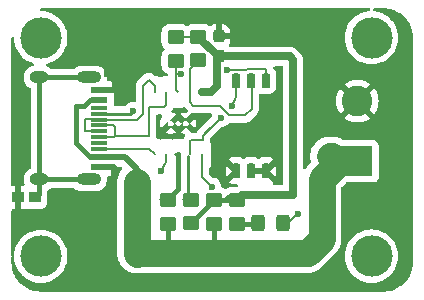
<source format=gbr>
%TF.GenerationSoftware,KiCad,Pcbnew,8.0.6*%
%TF.CreationDate,2024-12-14T19:14:03-05:00*%
%TF.ProjectId,dpx_pd_pooper,6470785f-7064-45f7-906f-6f7065722e6b,rev?*%
%TF.SameCoordinates,Original*%
%TF.FileFunction,Copper,L1,Top*%
%TF.FilePolarity,Positive*%
%FSLAX46Y46*%
G04 Gerber Fmt 4.6, Leading zero omitted, Abs format (unit mm)*
G04 Created by KiCad (PCBNEW 8.0.6) date 2024-12-14 19:14:03*
%MOMM*%
%LPD*%
G01*
G04 APERTURE LIST*
G04 Aperture macros list*
%AMRoundRect*
0 Rectangle with rounded corners*
0 $1 Rounding radius*
0 $2 $3 $4 $5 $6 $7 $8 $9 X,Y pos of 4 corners*
0 Add a 4 corners polygon primitive as box body*
4,1,4,$2,$3,$4,$5,$6,$7,$8,$9,$2,$3,0*
0 Add four circle primitives for the rounded corners*
1,1,$1+$1,$2,$3*
1,1,$1+$1,$4,$5*
1,1,$1+$1,$6,$7*
1,1,$1+$1,$8,$9*
0 Add four rect primitives between the rounded corners*
20,1,$1+$1,$2,$3,$4,$5,0*
20,1,$1+$1,$4,$5,$6,$7,0*
20,1,$1+$1,$6,$7,$8,$9,0*
20,1,$1+$1,$8,$9,$2,$3,0*%
G04 Aperture macros list end*
%TA.AperFunction,ConnectorPad*%
%ADD10C,3.500000*%
%TD*%
%TA.AperFunction,ComponentPad*%
%ADD11C,2.600000*%
%TD*%
%TA.AperFunction,SMDPad,CuDef*%
%ADD12RoundRect,0.250000X0.450000X-0.350000X0.450000X0.350000X-0.450000X0.350000X-0.450000X-0.350000X0*%
%TD*%
%TA.AperFunction,SMDPad,CuDef*%
%ADD13RoundRect,0.250000X-0.450000X0.350000X-0.450000X-0.350000X0.450000X-0.350000X0.450000X0.350000X0*%
%TD*%
%TA.AperFunction,ComponentPad*%
%ADD14R,2.600000X2.600000*%
%TD*%
%TA.AperFunction,SMDPad,CuDef*%
%ADD15R,1.450000X0.600000*%
%TD*%
%TA.AperFunction,SMDPad,CuDef*%
%ADD16R,1.450000X0.300000*%
%TD*%
%TA.AperFunction,ComponentPad*%
%ADD17O,2.100000X1.000000*%
%TD*%
%TA.AperFunction,ComponentPad*%
%ADD18O,1.600000X1.000000*%
%TD*%
%TA.AperFunction,SMDPad,CuDef*%
%ADD19RoundRect,0.237500X0.237500X-0.300000X0.237500X0.300000X-0.237500X0.300000X-0.237500X-0.300000X0*%
%TD*%
%TA.AperFunction,SMDPad,CuDef*%
%ADD20RoundRect,0.250000X0.325000X0.450000X-0.325000X0.450000X-0.325000X-0.450000X0.325000X-0.450000X0*%
%TD*%
%TA.AperFunction,SMDPad,CuDef*%
%ADD21RoundRect,0.190000X0.190000X-0.445000X0.190000X0.445000X-0.190000X0.445000X-0.190000X-0.445000X0*%
%TD*%
%TA.AperFunction,SMDPad,CuDef*%
%ADD22R,1.000000X0.970000*%
%TD*%
%TA.AperFunction,ViaPad*%
%ADD23C,0.600000*%
%TD*%
%TA.AperFunction,Conductor*%
%ADD24C,0.550000*%
%TD*%
%TA.AperFunction,Conductor*%
%ADD25C,2.300000*%
%TD*%
%TA.AperFunction,Conductor*%
%ADD26C,0.400000*%
%TD*%
%TA.AperFunction,Conductor*%
%ADD27C,0.500000*%
%TD*%
%TA.AperFunction,Conductor*%
%ADD28C,0.650000*%
%TD*%
%TA.AperFunction,Conductor*%
%ADD29C,0.200000*%
%TD*%
%TA.AperFunction,Conductor*%
%ADD30C,0.250000*%
%TD*%
G04 APERTURE END LIST*
D10*
%TO.P,H4,1*%
%TO.N,N/C*%
X71000000Y-76490000D03*
D11*
X71050000Y-76490000D03*
%TD*%
D12*
%TO.P,R4,1*%
%TO.N,Net-(D1-A)*%
X59600000Y-73770000D03*
%TO.P,R4,2*%
%TO.N,VDD*%
X59600000Y-71770000D03*
%TD*%
D13*
%TO.P,R2,1*%
%TO.N,VDD*%
X56350000Y-57920000D03*
%TO.P,R2,2*%
%TO.N,CFG2*%
X56350000Y-59920000D03*
%TD*%
%TO.P,R3,1*%
%TO.N,VDD*%
X54410000Y-57940000D03*
%TO.P,R3,2*%
%TO.N,CFG3*%
X54410000Y-59940000D03*
%TD*%
D14*
%TO.P,J2,1,Pin_1*%
%TO.N,VBUS*%
X69800000Y-68450000D03*
D11*
%TO.P,J2,2,Pin_2*%
%TO.N,GND*%
X69800000Y-63370000D03*
%TD*%
D15*
%TO.P,USB1,1,GND*%
%TO.N,GND*%
X47955000Y-62430000D03*
%TO.P,USB1,2,VBUS*%
%TO.N,VBUS*%
X47955000Y-63230000D03*
D16*
%TO.P,USB1,3,SBU2*%
%TO.N,unconnected-(USB1-SBU2-Pad3)*%
X47955000Y-63930000D03*
%TO.P,USB1,4,CC1*%
%TO.N,CC1*%
X47955000Y-64430000D03*
%TO.P,USB1,5,DN2*%
%TO.N,D-*%
X47955000Y-64930000D03*
%TO.P,USB1,6,DP1*%
%TO.N,D+*%
X47955000Y-65430000D03*
%TO.P,USB1,7,DN1*%
%TO.N,D-*%
X47955000Y-65930000D03*
%TO.P,USB1,8,DP2*%
%TO.N,D+*%
X47955000Y-66430000D03*
%TO.P,USB1,9,SBU1*%
%TO.N,unconnected-(USB1-SBU1-Pad9)*%
X47955000Y-66930000D03*
%TO.P,USB1,10,CC2*%
%TO.N,CC2*%
X47955000Y-67430000D03*
D15*
%TO.P,USB1,11,VBUS*%
%TO.N,VBUS*%
X47955000Y-68130000D03*
%TO.P,USB1,12,GND*%
%TO.N,GND*%
X47955000Y-68930000D03*
D17*
%TO.P,USB1,13,SHIELD*%
%TO.N,Net-(USB1-SHIELD)*%
X47040000Y-61360000D03*
D18*
X42860000Y-61360000D03*
D17*
X47040000Y-70000000D03*
D18*
X42860000Y-70000000D03*
%TD*%
D11*
%TO.P,H3,1*%
%TO.N,N/C*%
X71000000Y-57990000D03*
D10*
X71000000Y-57990000D03*
%TD*%
D11*
%TO.P,H2,1*%
%TO.N,N/C*%
X43000000Y-76500000D03*
D10*
X43000000Y-76500000D03*
%TD*%
D19*
%TO.P,C1,1*%
%TO.N,VDD*%
X58070000Y-59585000D03*
%TO.P,C1,2*%
%TO.N,GND*%
X58070000Y-57860000D03*
%TD*%
D12*
%TO.P,R5,1*%
%TO.N,VBUS*%
X53730000Y-73740000D03*
%TO.P,R5,2*%
%TO.N,Net-(U1-VBUS)*%
X53730000Y-71740000D03*
%TD*%
%TO.P,R1,1*%
%TO.N,VDD*%
X55690000Y-73720000D03*
%TO.P,R1,2*%
%TO.N,CFG1*%
X55690000Y-71720000D03*
%TD*%
%TO.P,R6,1*%
%TO.N,VBUS*%
X57640000Y-73740000D03*
%TO.P,R6,2*%
%TO.N,VDD*%
X57640000Y-71740000D03*
%TD*%
D20*
%TO.P,D1,1,K*%
%TO.N,PG*%
X63480000Y-73710000D03*
%TO.P,D1,2,A*%
%TO.N,Net-(D1-A)*%
X61430000Y-73710000D03*
%TD*%
D21*
%TO.P,SW1,1*%
%TO.N,GND*%
X59530000Y-69260000D03*
%TO.P,SW1,2*%
X60800000Y-69260000D03*
%TO.P,SW1,3*%
X62070000Y-69260000D03*
%TO.P,SW1,4*%
%TO.N,CFG3*%
X62070000Y-61640000D03*
%TO.P,SW1,5*%
%TO.N,CFG2*%
X60800000Y-61640000D03*
%TO.P,SW1,6*%
%TO.N,CFG1*%
X59530000Y-61640000D03*
%TD*%
D11*
%TO.P,H1,1*%
%TO.N,N/C*%
X43000000Y-58000000D03*
D10*
X43000000Y-58000000D03*
%TD*%
D22*
%TO.P,FB1,1*%
%TO.N,Net-(USB1-SHIELD)*%
X42530000Y-71520000D03*
%TO.P,FB1,2*%
%TO.N,GND*%
X41060000Y-71520000D03*
%TD*%
D23*
%TO.N,GND*%
X48660000Y-58740000D03*
X48960000Y-71030000D03*
X48930000Y-72570000D03*
X60860000Y-67600000D03*
X48630000Y-61090000D03*
X48660000Y-59550000D03*
X62150000Y-67640000D03*
X48960000Y-70220000D03*
X48630000Y-60340000D03*
X48930000Y-71820000D03*
X59550000Y-67600000D03*
%TO.N,PG*%
X64740000Y-72940000D03*
X57480000Y-70630000D03*
%TO.N,CFG1*%
X58260000Y-64760000D03*
X59205000Y-63815000D03*
%TO.N,CFG3*%
X58790000Y-60710000D03*
X54900000Y-61070000D03*
%TO.N,CC1*%
X53150000Y-69260000D03*
X50800000Y-64220000D03*
%TD*%
D24*
%TO.N,VBUS*%
X51140000Y-70231000D02*
X51140000Y-69148600D01*
X51140000Y-69148600D02*
X50121400Y-68130000D01*
X50121400Y-68130000D02*
X47955000Y-68130000D01*
D25*
X51140000Y-70231000D02*
X51140000Y-76290000D01*
X51140000Y-76290000D02*
X51180000Y-76250000D01*
X51180000Y-76250000D02*
X56120000Y-76250000D01*
D26*
%TO.N,VDD*%
X57640000Y-71740000D02*
X57640000Y-71770000D01*
X57640000Y-71770000D02*
X55690000Y-73720000D01*
X59600000Y-71770000D02*
X57670000Y-71770000D01*
X57670000Y-71770000D02*
X57640000Y-71740000D01*
D27*
%TO.N,GND*%
X49250000Y-62290000D02*
X49250000Y-61200000D01*
X49180000Y-68920000D02*
X49180000Y-69590000D01*
X49180000Y-69590000D02*
X49210000Y-69620000D01*
X49250000Y-61200000D02*
X49280000Y-61170000D01*
X47955000Y-62430000D02*
X49110000Y-62430000D01*
X60800000Y-69260000D02*
X62070000Y-69260000D01*
X49110000Y-62430000D02*
X49250000Y-62290000D01*
X49170000Y-68930000D02*
X49180000Y-68920000D01*
X47955000Y-68930000D02*
X49170000Y-68930000D01*
D28*
%TO.N,VDD*%
X57375000Y-62605000D02*
X57900000Y-62080000D01*
X58980000Y-71670000D02*
X58970000Y-71680000D01*
X64370000Y-71320000D02*
X60050000Y-71320000D01*
X57900000Y-62080000D02*
X57900000Y-59755000D01*
X64085000Y-59585000D02*
X64370000Y-59870000D01*
X64370000Y-59870000D02*
X64370000Y-71320000D01*
X58970000Y-71690000D02*
X58970000Y-71680000D01*
X56630000Y-62605000D02*
X57375000Y-62605000D01*
D26*
X59480000Y-71650000D02*
X59600000Y-71770000D01*
D29*
X56330000Y-57940000D02*
X56350000Y-57920000D01*
D28*
X58070000Y-59585000D02*
X64085000Y-59585000D01*
X56350000Y-57920000D02*
X58015000Y-59585000D01*
X58015000Y-59585000D02*
X58070000Y-59585000D01*
X60050000Y-71320000D02*
X59600000Y-71770000D01*
X57900000Y-59755000D02*
X58070000Y-59585000D01*
D29*
X54410000Y-57940000D02*
X56330000Y-57940000D01*
%TO.N,PG*%
X63950000Y-73710000D02*
X64720000Y-72940000D01*
X56850000Y-70000000D02*
X57480000Y-70630000D01*
X56850000Y-69980000D02*
X56850000Y-70000000D01*
X57480000Y-70630000D02*
X57480000Y-70610000D01*
X57480000Y-70610000D02*
X56850000Y-69980000D01*
X64740000Y-72920000D02*
X64700000Y-72960000D01*
X56630000Y-69760000D02*
X56850000Y-69980000D01*
X63480000Y-73710000D02*
X63950000Y-73710000D01*
X56630000Y-67880000D02*
X56630000Y-69760000D01*
X64740000Y-72940000D02*
X64740000Y-72920000D01*
X64720000Y-72940000D02*
X64740000Y-72940000D01*
D26*
%TO.N,Net-(D1-A)*%
X61370000Y-73770000D02*
X61430000Y-73710000D01*
X59600000Y-73770000D02*
X61370000Y-73770000D01*
%TO.N,Net-(USB1-SHIELD)*%
X42860000Y-70000000D02*
X42860000Y-61360000D01*
X42860000Y-61360000D02*
X47040000Y-61360000D01*
X47040000Y-70000000D02*
X42860000Y-70000000D01*
X42860000Y-70000000D02*
X42860000Y-71190000D01*
X42860000Y-71190000D02*
X42530000Y-71520000D01*
X47040000Y-70000000D02*
X47040000Y-70145000D01*
D29*
%TO.N,CFG1*%
X56710000Y-66280000D02*
X56710000Y-66680000D01*
X58260000Y-64760000D02*
X56810000Y-66180000D01*
X58260000Y-64760000D02*
X56780000Y-66210000D01*
X55630000Y-66760000D02*
X55630000Y-67880000D01*
D30*
X55440000Y-68027500D02*
X55440000Y-71250000D01*
D29*
X56710000Y-66680000D02*
X56700000Y-66690000D01*
D30*
X55440000Y-71250000D02*
X55060000Y-71630000D01*
D29*
X56700000Y-66690000D02*
X55700000Y-66690000D01*
X56780000Y-66210000D02*
X56710000Y-66280000D01*
X59520000Y-63060000D02*
X59530000Y-61640000D01*
X55700000Y-66690000D02*
X55630000Y-66760000D01*
X56810000Y-66180000D02*
X56830000Y-66160000D01*
X59205000Y-63815000D02*
X59520000Y-63060000D01*
%TO.N,CFG2*%
X55630000Y-62605000D02*
X55630000Y-60640000D01*
X55630000Y-63480000D02*
X55920000Y-63770000D01*
X60850000Y-64050000D02*
X60850000Y-61690000D01*
X58140000Y-63770000D02*
X58950000Y-64580000D01*
X55630000Y-60640000D02*
X56350000Y-59920000D01*
X60850000Y-61690000D02*
X60800000Y-61640000D01*
X55920000Y-63770000D02*
X58140000Y-63770000D01*
X55630000Y-62605000D02*
X55630000Y-63480000D01*
X58950000Y-64580000D02*
X60320000Y-64580000D01*
X60320000Y-64580000D02*
X60850000Y-64050000D01*
%TO.N,CFG3*%
X54410000Y-59940000D02*
X54410000Y-61110000D01*
X54900000Y-61080000D02*
X54900000Y-61070000D01*
X54900000Y-61070000D02*
X54910000Y-61070000D01*
X62090000Y-61620000D02*
X62070000Y-61640000D01*
X54410000Y-61110000D02*
X54410000Y-62385000D01*
X54910000Y-61070000D02*
X54890000Y-61090000D01*
X54410000Y-61110000D02*
X54870000Y-61110000D01*
X54870000Y-61110000D02*
X54900000Y-61080000D01*
X58790000Y-60710000D02*
X62090000Y-60670000D01*
X62090000Y-60670000D02*
X62090000Y-61620000D01*
X54410000Y-62385000D02*
X54630000Y-62605000D01*
D26*
%TO.N,VBUS*%
X47955000Y-68130000D02*
X47200000Y-68130000D01*
D25*
X68210000Y-68560000D02*
X67690000Y-68040000D01*
D26*
X57640000Y-73740000D02*
X57640000Y-75950000D01*
X45990000Y-66920000D02*
X45990000Y-63790000D01*
X53730000Y-73740000D02*
X53730000Y-76120000D01*
X47190000Y-63230000D02*
X47955000Y-63230000D01*
X56600000Y-75770000D02*
X56120000Y-76250000D01*
D25*
X66780000Y-75070000D02*
X66780000Y-69990000D01*
X66780000Y-69990000D02*
X68210000Y-68560000D01*
D26*
X50960000Y-76520000D02*
X50970000Y-76530000D01*
D25*
X65600000Y-76250000D02*
X66780000Y-75070000D01*
X56120000Y-76250000D02*
X65600000Y-76250000D01*
D26*
X45990000Y-63790000D02*
X46630000Y-63790000D01*
D25*
X67690000Y-68040000D02*
X67445000Y-68040000D01*
D26*
X46630000Y-63790000D02*
X47190000Y-63230000D01*
X47200000Y-68130000D02*
X45990000Y-66920000D01*
%TO.N,Net-(U1-VBUS)*%
X54630000Y-67880000D02*
X54630000Y-70840000D01*
D30*
X53100000Y-71650000D02*
X53250000Y-71500000D01*
D26*
X54630000Y-70840000D02*
X53730000Y-71740000D01*
D30*
X54430000Y-67817500D02*
X54400000Y-67847500D01*
D29*
%TO.N,D-*%
X47925000Y-64900000D02*
X47955000Y-64930000D01*
X46770000Y-65900000D02*
X46770000Y-64900000D01*
X52670000Y-62565000D02*
X52630000Y-62605000D01*
X51170000Y-64930000D02*
X51660000Y-64440000D01*
X46800000Y-65930000D02*
X46770000Y-65900000D01*
X51660000Y-62060000D02*
X52140000Y-61580000D01*
X47955000Y-65930000D02*
X46800000Y-65930000D01*
X52670000Y-62110000D02*
X52670000Y-62565000D01*
X52140000Y-61580000D02*
X52670000Y-62110000D01*
X47955000Y-64930000D02*
X51170000Y-64930000D01*
X46770000Y-64900000D02*
X47925000Y-64900000D01*
X51660000Y-64440000D02*
X51660000Y-62060000D01*
%TO.N,D+*%
X49140000Y-65430000D02*
X49260000Y-65550000D01*
X49260000Y-66340000D02*
X49170000Y-66430000D01*
X49260000Y-65550000D02*
X49260000Y-66340000D01*
X52170000Y-63890000D02*
X52170000Y-66340000D01*
X52170000Y-66340000D02*
X49260000Y-66340000D01*
X49170000Y-66430000D02*
X47955000Y-66430000D01*
X53630000Y-63732500D02*
X53470000Y-63892500D01*
X52172500Y-63892500D02*
X52170000Y-63890000D01*
X47955000Y-65430000D02*
X49140000Y-65430000D01*
X53470000Y-63892500D02*
X52172500Y-63892500D01*
X53630000Y-62605000D02*
X53630000Y-63732500D01*
%TO.N,CC1*%
X53150000Y-69260000D02*
X53630000Y-68550000D01*
D30*
X50590000Y-64430000D02*
X47955000Y-64430000D01*
X50800000Y-64220000D02*
X50590000Y-64430000D01*
D29*
X53630000Y-68550000D02*
X53630000Y-67880000D01*
%TO.N,CC2*%
X51042500Y-67430000D02*
X52180000Y-67430000D01*
X47955000Y-67430000D02*
X51042500Y-67430000D01*
X52180000Y-67430000D02*
X52630000Y-67880000D01*
%TD*%
%TA.AperFunction,Conductor*%
%TO.N,GND*%
G36*
X70851993Y-55520185D02*
G01*
X70897748Y-55572989D01*
X70907692Y-55642147D01*
X70878667Y-55705703D01*
X70819889Y-55743477D01*
X70793064Y-55748234D01*
X70705636Y-55753964D01*
X70705624Y-55753965D01*
X70705620Y-55753966D01*
X70705612Y-55753967D01*
X70705609Y-55753968D01*
X70416283Y-55811518D01*
X70416269Y-55811521D01*
X70136919Y-55906349D01*
X69872334Y-56036828D01*
X69627041Y-56200728D01*
X69405241Y-56395241D01*
X69210728Y-56617041D01*
X69046828Y-56862334D01*
X68916349Y-57126919D01*
X68821521Y-57406269D01*
X68821518Y-57406283D01*
X68763968Y-57695609D01*
X68763964Y-57695636D01*
X68744671Y-57989992D01*
X68744671Y-57990007D01*
X68763964Y-58284363D01*
X68763965Y-58284373D01*
X68763966Y-58284380D01*
X68763968Y-58284390D01*
X68821518Y-58573716D01*
X68821521Y-58573730D01*
X68916349Y-58853080D01*
X69046825Y-59117660D01*
X69046829Y-59117667D01*
X69210725Y-59362955D01*
X69405241Y-59584758D01*
X69627044Y-59779274D01*
X69872332Y-59943170D01*
X69872335Y-59943172D01*
X70136923Y-60073652D01*
X70416278Y-60168481D01*
X70705620Y-60226034D01*
X70733888Y-60227886D01*
X70999993Y-60245329D01*
X71000000Y-60245329D01*
X71000007Y-60245329D01*
X71235675Y-60229881D01*
X71294380Y-60226034D01*
X71583722Y-60168481D01*
X71863077Y-60073652D01*
X72127665Y-59943172D01*
X72372957Y-59779273D01*
X72594758Y-59584758D01*
X72789273Y-59362957D01*
X72953172Y-59117665D01*
X73083652Y-58853077D01*
X73178481Y-58573722D01*
X73236034Y-58284380D01*
X73252215Y-58037511D01*
X73255329Y-57990007D01*
X73255329Y-57989992D01*
X73236035Y-57695636D01*
X73236034Y-57695620D01*
X73178481Y-57406278D01*
X73083652Y-57126923D01*
X72953172Y-56862336D01*
X72944929Y-56850000D01*
X72898042Y-56779829D01*
X72789273Y-56617043D01*
X72746655Y-56568447D01*
X72594758Y-56395241D01*
X72372955Y-56200725D01*
X72127667Y-56036829D01*
X72127660Y-56036825D01*
X71863080Y-55906349D01*
X71583730Y-55811521D01*
X71583724Y-55811519D01*
X71583722Y-55811519D01*
X71294380Y-55753966D01*
X71294373Y-55753965D01*
X71294363Y-55753964D01*
X71206936Y-55748234D01*
X71141327Y-55724207D01*
X71099124Y-55668524D01*
X71093725Y-55598863D01*
X71126845Y-55537342D01*
X71187968Y-55503493D01*
X71215046Y-55500500D01*
X71964108Y-55500500D01*
X72026249Y-55500500D01*
X72033736Y-55500726D01*
X72323796Y-55518271D01*
X72338657Y-55520075D01*
X72432876Y-55537342D01*
X72620798Y-55571780D01*
X72635335Y-55575363D01*
X72909172Y-55660695D01*
X72923163Y-55666000D01*
X73184743Y-55783727D01*
X73197989Y-55790680D01*
X73443465Y-55939075D01*
X73455776Y-55947573D01*
X73681573Y-56124473D01*
X73692781Y-56134403D01*
X73895596Y-56337218D01*
X73905526Y-56348426D01*
X74025481Y-56501538D01*
X74082422Y-56574217D01*
X74090928Y-56586540D01*
X74239316Y-56832004D01*
X74246275Y-56845263D01*
X74363997Y-57106831D01*
X74369306Y-57120832D01*
X74454635Y-57394663D01*
X74458219Y-57409201D01*
X74509923Y-57691340D01*
X74511728Y-57706205D01*
X74529274Y-57996263D01*
X74529500Y-58003750D01*
X74529500Y-76996249D01*
X74529274Y-77003736D01*
X74511728Y-77293794D01*
X74509923Y-77308659D01*
X74458219Y-77590798D01*
X74454635Y-77605336D01*
X74369306Y-77879167D01*
X74363997Y-77893168D01*
X74246275Y-78154736D01*
X74239316Y-78167995D01*
X74090928Y-78413459D01*
X74082422Y-78425782D01*
X73905526Y-78651573D01*
X73895596Y-78662781D01*
X73692781Y-78865596D01*
X73681573Y-78875526D01*
X73455782Y-79052422D01*
X73443459Y-79060928D01*
X73197995Y-79209316D01*
X73184736Y-79216275D01*
X72923168Y-79333997D01*
X72909167Y-79339306D01*
X72635336Y-79424635D01*
X72620798Y-79428219D01*
X72338659Y-79479923D01*
X72323794Y-79481728D01*
X72033736Y-79499274D01*
X72026249Y-79499500D01*
X43003751Y-79499500D01*
X42996264Y-79499274D01*
X42706205Y-79481728D01*
X42691340Y-79479923D01*
X42409201Y-79428219D01*
X42394663Y-79424635D01*
X42120832Y-79339306D01*
X42106831Y-79333997D01*
X41845263Y-79216275D01*
X41832004Y-79209316D01*
X41586540Y-79060928D01*
X41574217Y-79052422D01*
X41348426Y-78875526D01*
X41337218Y-78865596D01*
X41134403Y-78662781D01*
X41124473Y-78651573D01*
X41063424Y-78573650D01*
X40947573Y-78425776D01*
X40939075Y-78413465D01*
X40790680Y-78167989D01*
X40783727Y-78154743D01*
X40666000Y-77893163D01*
X40660693Y-77879167D01*
X40658757Y-77872955D01*
X40575363Y-77605335D01*
X40571780Y-77590798D01*
X40530049Y-77363080D01*
X40520075Y-77308657D01*
X40518271Y-77293794D01*
X40500726Y-77003736D01*
X40500500Y-76996249D01*
X40500500Y-76562477D01*
X40518104Y-76502524D01*
X40727399Y-76502524D01*
X40743477Y-76527542D01*
X40748234Y-76554367D01*
X40763964Y-76794363D01*
X40763965Y-76794373D01*
X40763966Y-76794380D01*
X40819531Y-77073730D01*
X40821518Y-77083716D01*
X40821521Y-77083730D01*
X40916349Y-77363080D01*
X41046825Y-77627660D01*
X41046829Y-77627667D01*
X41210725Y-77872955D01*
X41405241Y-78094758D01*
X41488752Y-78167995D01*
X41627043Y-78289273D01*
X41872335Y-78453172D01*
X42136923Y-78583652D01*
X42416278Y-78678481D01*
X42705620Y-78736034D01*
X42733888Y-78737886D01*
X42999993Y-78755329D01*
X43000000Y-78755329D01*
X43000007Y-78755329D01*
X43235675Y-78739881D01*
X43294380Y-78736034D01*
X43583722Y-78678481D01*
X43863077Y-78583652D01*
X44127665Y-78453172D01*
X44372957Y-78289273D01*
X44594758Y-78094758D01*
X44789273Y-77872957D01*
X44953172Y-77627665D01*
X45083652Y-77363077D01*
X45178481Y-77083722D01*
X45236034Y-76794380D01*
X45255329Y-76500000D01*
X45255329Y-76499992D01*
X45236035Y-76205636D01*
X45236034Y-76205620D01*
X45178481Y-75916278D01*
X45083652Y-75636923D01*
X44953172Y-75372336D01*
X44946490Y-75362336D01*
X44898042Y-75289829D01*
X44789273Y-75127043D01*
X44746655Y-75078447D01*
X44594758Y-74905241D01*
X44372955Y-74710725D01*
X44127667Y-74546829D01*
X44127660Y-74546825D01*
X43863080Y-74416349D01*
X43583730Y-74321521D01*
X43583724Y-74321519D01*
X43583722Y-74321519D01*
X43294380Y-74263966D01*
X43294373Y-74263965D01*
X43294363Y-74263964D01*
X43000007Y-74244671D01*
X42999993Y-74244671D01*
X42705636Y-74263964D01*
X42705624Y-74263965D01*
X42705620Y-74263966D01*
X42705612Y-74263967D01*
X42705609Y-74263968D01*
X42416283Y-74321518D01*
X42416269Y-74321521D01*
X42136919Y-74416349D01*
X41872334Y-74546828D01*
X41627041Y-74710728D01*
X41405241Y-74905241D01*
X41210728Y-75127041D01*
X41046828Y-75372334D01*
X40916349Y-75636919D01*
X40821521Y-75916269D01*
X40821518Y-75916283D01*
X40763968Y-76205609D01*
X40763964Y-76205636D01*
X40748234Y-76445632D01*
X40727399Y-76502524D01*
X40518104Y-76502524D01*
X40520185Y-76495438D01*
X40520445Y-76495212D01*
X40503493Y-76464600D01*
X40500500Y-76437522D01*
X40500500Y-72629000D01*
X40520185Y-72561961D01*
X40572989Y-72516206D01*
X40624500Y-72505000D01*
X40810000Y-72505000D01*
X40810000Y-70535000D01*
X40624500Y-70535000D01*
X40557461Y-70515315D01*
X40511706Y-70462511D01*
X40500500Y-70411000D01*
X40500500Y-58062477D01*
X40520185Y-57995438D01*
X40572989Y-57949683D01*
X40642147Y-57939739D01*
X40705703Y-57968764D01*
X40743477Y-58027542D01*
X40748234Y-58054367D01*
X40763964Y-58294363D01*
X40763965Y-58294373D01*
X40763966Y-58294380D01*
X40819531Y-58573730D01*
X40821518Y-58583716D01*
X40821521Y-58583730D01*
X40916349Y-58863080D01*
X41046825Y-59127660D01*
X41046829Y-59127667D01*
X41210725Y-59372955D01*
X41405241Y-59594758D01*
X41615640Y-59779273D01*
X41627043Y-59789273D01*
X41872335Y-59953172D01*
X42136923Y-60083652D01*
X42330995Y-60149531D01*
X42388149Y-60189720D01*
X42414502Y-60254429D01*
X42401688Y-60323114D01*
X42353774Y-60373967D01*
X42315328Y-60388567D01*
X42268170Y-60397947D01*
X42268160Y-60397950D01*
X42086092Y-60473364D01*
X42086079Y-60473371D01*
X41922218Y-60582860D01*
X41922214Y-60582863D01*
X41782863Y-60722214D01*
X41782860Y-60722218D01*
X41673371Y-60886079D01*
X41673364Y-60886092D01*
X41597950Y-61068160D01*
X41597947Y-61068170D01*
X41559500Y-61261456D01*
X41559500Y-61261459D01*
X41559500Y-61458541D01*
X41559500Y-61458543D01*
X41559499Y-61458543D01*
X41597947Y-61651829D01*
X41597950Y-61651839D01*
X41673364Y-61833907D01*
X41673371Y-61833920D01*
X41782860Y-61997781D01*
X41782863Y-61997785D01*
X41922217Y-62137139D01*
X42017637Y-62200896D01*
X42086086Y-62246632D01*
X42086092Y-62246634D01*
X42091457Y-62249502D01*
X42090453Y-62251378D01*
X42137355Y-62289173D01*
X42159421Y-62355467D01*
X42159500Y-62359895D01*
X42159500Y-69000104D01*
X42139815Y-69067143D01*
X42090925Y-69109505D01*
X42091456Y-69110498D01*
X42087083Y-69112834D01*
X42087011Y-69112898D01*
X42086766Y-69113004D01*
X42086079Y-69113371D01*
X41922218Y-69222860D01*
X41922214Y-69222863D01*
X41782863Y-69362214D01*
X41782860Y-69362218D01*
X41673371Y-69526079D01*
X41673364Y-69526092D01*
X41597950Y-69708160D01*
X41597947Y-69708170D01*
X41559500Y-69901456D01*
X41559500Y-69901457D01*
X41559500Y-69901459D01*
X41559500Y-70098541D01*
X41559500Y-70098543D01*
X41559499Y-70098543D01*
X41597947Y-70291829D01*
X41597950Y-70291839D01*
X41627653Y-70363548D01*
X41635122Y-70433017D01*
X41603847Y-70495496D01*
X41543758Y-70531148D01*
X41513092Y-70535000D01*
X41310000Y-70535000D01*
X41310000Y-72505000D01*
X41607828Y-72505000D01*
X41607844Y-72504999D01*
X41667374Y-72498598D01*
X41667377Y-72498597D01*
X41750950Y-72467426D01*
X41820641Y-72462441D01*
X41837608Y-72467422D01*
X41922517Y-72499091D01*
X41982127Y-72505500D01*
X43077872Y-72505499D01*
X43137483Y-72499091D01*
X43272331Y-72448796D01*
X43387546Y-72362546D01*
X43473796Y-72247331D01*
X43524091Y-72112483D01*
X43530500Y-72052873D01*
X43530499Y-71422031D01*
X43532882Y-71397841D01*
X43548366Y-71319995D01*
X43548366Y-71319992D01*
X43560500Y-71258993D01*
X43560500Y-70999895D01*
X43580185Y-70932856D01*
X43629073Y-70890494D01*
X43628543Y-70889502D01*
X43632914Y-70887165D01*
X43632989Y-70887101D01*
X43633238Y-70886992D01*
X43633902Y-70886636D01*
X43633914Y-70886632D01*
X43797782Y-70777139D01*
X43838101Y-70736820D01*
X43899424Y-70703334D01*
X43925783Y-70700500D01*
X45724217Y-70700500D01*
X45791256Y-70720185D01*
X45811899Y-70736820D01*
X45852214Y-70777136D01*
X45852218Y-70777139D01*
X46016079Y-70886628D01*
X46016092Y-70886635D01*
X46127681Y-70932856D01*
X46198165Y-70962051D01*
X46198169Y-70962051D01*
X46198170Y-70962052D01*
X46391456Y-71000500D01*
X46391459Y-71000500D01*
X47688543Y-71000500D01*
X47818582Y-70974632D01*
X47881835Y-70962051D01*
X48063914Y-70886632D01*
X48227782Y-70777139D01*
X48367139Y-70637782D01*
X48476632Y-70473914D01*
X48552051Y-70291835D01*
X48584498Y-70128716D01*
X48590500Y-70098543D01*
X48590500Y-69901457D01*
X48585872Y-69878193D01*
X48592099Y-69808601D01*
X48634961Y-69753423D01*
X48700850Y-69730178D01*
X48707489Y-69730000D01*
X48727828Y-69730000D01*
X48727844Y-69729999D01*
X48787372Y-69723598D01*
X48787379Y-69723596D01*
X48922086Y-69673354D01*
X48922093Y-69673350D01*
X49037187Y-69587190D01*
X49037190Y-69587187D01*
X49123350Y-69472093D01*
X49123354Y-69472086D01*
X49173596Y-69337379D01*
X49173598Y-69337372D01*
X49179999Y-69277844D01*
X49180000Y-69277827D01*
X49180000Y-69029500D01*
X49199685Y-68962461D01*
X49252489Y-68916706D01*
X49304000Y-68905500D01*
X49748816Y-68905500D01*
X49815855Y-68925185D01*
X49836497Y-68941819D01*
X49878078Y-68983400D01*
X49911563Y-69044723D01*
X49906579Y-69114415D01*
X49883037Y-69151045D01*
X49884233Y-69152067D01*
X49881066Y-69155774D01*
X49728368Y-69365945D01*
X49610422Y-69597423D01*
X49530140Y-69844506D01*
X49489500Y-70101097D01*
X49489500Y-76419902D01*
X49530139Y-76676493D01*
X49559050Y-76765468D01*
X49568438Y-76794363D01*
X49568444Y-76794379D01*
X49568444Y-76794380D01*
X49610419Y-76923570D01*
X49610420Y-76923573D01*
X49686930Y-77073730D01*
X49728365Y-77155051D01*
X49881069Y-77365229D01*
X50064771Y-77548931D01*
X50274949Y-77701635D01*
X50506427Y-77819579D01*
X50567018Y-77839265D01*
X50567019Y-77839266D01*
X50604912Y-77851578D01*
X50753507Y-77899860D01*
X50826820Y-77911471D01*
X51010098Y-77940500D01*
X51010103Y-77940500D01*
X51269902Y-77940500D01*
X51512811Y-77902027D01*
X51532209Y-77900500D01*
X65729902Y-77900500D01*
X65872450Y-77877922D01*
X65986493Y-77859860D01*
X66133398Y-77812126D01*
X66172977Y-77799267D01*
X66172978Y-77799267D01*
X66216060Y-77785268D01*
X66233573Y-77779579D01*
X66465051Y-77661635D01*
X66675229Y-77508931D01*
X67694168Y-76489992D01*
X68744671Y-76489992D01*
X68744671Y-76490007D01*
X68763964Y-76784363D01*
X68763965Y-76784373D01*
X68763966Y-76784380D01*
X68763968Y-76784390D01*
X68821518Y-77073716D01*
X68821521Y-77073730D01*
X68916349Y-77353080D01*
X69046825Y-77617660D01*
X69046829Y-77617667D01*
X69210725Y-77862955D01*
X69405241Y-78084758D01*
X69627044Y-78279274D01*
X69827866Y-78413459D01*
X69872335Y-78443172D01*
X70136923Y-78573652D01*
X70416278Y-78668481D01*
X70705620Y-78726034D01*
X70733888Y-78727886D01*
X70999993Y-78745329D01*
X71000000Y-78745329D01*
X71000007Y-78745329D01*
X71235675Y-78729881D01*
X71294380Y-78726034D01*
X71583722Y-78668481D01*
X71863077Y-78573652D01*
X72127665Y-78443172D01*
X72372957Y-78279273D01*
X72594758Y-78084758D01*
X72789273Y-77862957D01*
X72953172Y-77617665D01*
X73083652Y-77353077D01*
X73178481Y-77073722D01*
X73236034Y-76784380D01*
X73251110Y-76554367D01*
X73255329Y-76490007D01*
X73255329Y-76489992D01*
X73236035Y-76195636D01*
X73236034Y-76195620D01*
X73178481Y-75906278D01*
X73083652Y-75626923D01*
X72953172Y-75362336D01*
X72789273Y-75117043D01*
X72746655Y-75068447D01*
X72594758Y-74895241D01*
X72372955Y-74700725D01*
X72127667Y-74536829D01*
X72127660Y-74536825D01*
X71863080Y-74406349D01*
X71583730Y-74311521D01*
X71583724Y-74311519D01*
X71583722Y-74311519D01*
X71294380Y-74253966D01*
X71294373Y-74253965D01*
X71294363Y-74253964D01*
X71000007Y-74234671D01*
X70999993Y-74234671D01*
X70705636Y-74253964D01*
X70705624Y-74253965D01*
X70705620Y-74253966D01*
X70705612Y-74253967D01*
X70705609Y-74253968D01*
X70416283Y-74311518D01*
X70416269Y-74311521D01*
X70136919Y-74406349D01*
X69872334Y-74536828D01*
X69627041Y-74700728D01*
X69405241Y-74895241D01*
X69210728Y-75117041D01*
X69046828Y-75362334D01*
X68916349Y-75626919D01*
X68821521Y-75906269D01*
X68821518Y-75906283D01*
X68763968Y-76195609D01*
X68763964Y-76195636D01*
X68744671Y-76489992D01*
X67694168Y-76489992D01*
X68038931Y-76145229D01*
X68191635Y-75935051D01*
X68309579Y-75703573D01*
X68337894Y-75616427D01*
X68389860Y-75456493D01*
X68412539Y-75313298D01*
X68430500Y-75199902D01*
X68430500Y-70725021D01*
X68450185Y-70657982D01*
X68466815Y-70637344D01*
X68817341Y-70286817D01*
X68878664Y-70253333D01*
X68905022Y-70250499D01*
X71147871Y-70250499D01*
X71147872Y-70250499D01*
X71207483Y-70244091D01*
X71342331Y-70193796D01*
X71457546Y-70107546D01*
X71543796Y-69992331D01*
X71594091Y-69857483D01*
X71600500Y-69797873D01*
X71600499Y-67102128D01*
X71594091Y-67042517D01*
X71574128Y-66988994D01*
X71543797Y-66907671D01*
X71543793Y-66907664D01*
X71457547Y-66792455D01*
X71457544Y-66792452D01*
X71342335Y-66706206D01*
X71342328Y-66706202D01*
X71207482Y-66655908D01*
X71207483Y-66655908D01*
X71147883Y-66649501D01*
X71147881Y-66649500D01*
X71147873Y-66649500D01*
X71147865Y-66649500D01*
X68624431Y-66649500D01*
X68559499Y-66630433D01*
X68559207Y-66630911D01*
X68557442Y-66629829D01*
X68557392Y-66629815D01*
X68557164Y-66629659D01*
X68555059Y-66628369D01*
X68323573Y-66510420D01*
X68323567Y-66510418D01*
X68259419Y-66489576D01*
X68259418Y-66489576D01*
X68076493Y-66430140D01*
X67819902Y-66389500D01*
X67819897Y-66389500D01*
X67315103Y-66389500D01*
X67315098Y-66389500D01*
X67058506Y-66430140D01*
X66811423Y-66510422D01*
X66579945Y-66628368D01*
X66369774Y-66781066D01*
X66369768Y-66781071D01*
X66186071Y-66964768D01*
X66186066Y-66964774D01*
X66033368Y-67174945D01*
X65915422Y-67406423D01*
X65835140Y-67653506D01*
X65794500Y-67910097D01*
X65794500Y-68169902D01*
X65835140Y-68426494D01*
X65835140Y-68426497D01*
X65854380Y-68485709D01*
X65856375Y-68555550D01*
X65824131Y-68611708D01*
X65521068Y-68914772D01*
X65419818Y-69054130D01*
X65364487Y-69096795D01*
X65294874Y-69102774D01*
X65233079Y-69070168D01*
X65198722Y-69009329D01*
X65195500Y-68981244D01*
X65195500Y-63369995D01*
X67994953Y-63369995D01*
X67994953Y-63370004D01*
X68015113Y-63639026D01*
X68015113Y-63639028D01*
X68075142Y-63902033D01*
X68075148Y-63902052D01*
X68173709Y-64153181D01*
X68173708Y-64153181D01*
X68308602Y-64386822D01*
X68362294Y-64454151D01*
X68362295Y-64454151D01*
X69198958Y-63617488D01*
X69223978Y-63677890D01*
X69295112Y-63784351D01*
X69385649Y-63874888D01*
X69492110Y-63946022D01*
X69552510Y-63971041D01*
X68714848Y-64808702D01*
X68897483Y-64933220D01*
X68897485Y-64933221D01*
X69140539Y-65050269D01*
X69140537Y-65050269D01*
X69398337Y-65129790D01*
X69398343Y-65129792D01*
X69665101Y-65169999D01*
X69665110Y-65170000D01*
X69934890Y-65170000D01*
X69934898Y-65169999D01*
X70201656Y-65129792D01*
X70201662Y-65129790D01*
X70459461Y-65050269D01*
X70702521Y-64933218D01*
X70885150Y-64808702D01*
X70047488Y-63971041D01*
X70107890Y-63946022D01*
X70214351Y-63874888D01*
X70304888Y-63784351D01*
X70376022Y-63677890D01*
X70401041Y-63617489D01*
X71237703Y-64454151D01*
X71237704Y-64454150D01*
X71291393Y-64386828D01*
X71291400Y-64386817D01*
X71426290Y-64153181D01*
X71524851Y-63902052D01*
X71524857Y-63902033D01*
X71584886Y-63639028D01*
X71584886Y-63639026D01*
X71605047Y-63370004D01*
X71605047Y-63369995D01*
X71584886Y-63100973D01*
X71584886Y-63100971D01*
X71524857Y-62837966D01*
X71524851Y-62837947D01*
X71426290Y-62586818D01*
X71426291Y-62586818D01*
X71291397Y-62353177D01*
X71237704Y-62285847D01*
X70401041Y-63122510D01*
X70376022Y-63062110D01*
X70304888Y-62955649D01*
X70214351Y-62865112D01*
X70107890Y-62793978D01*
X70047488Y-62768958D01*
X70885150Y-61931296D01*
X70702517Y-61806779D01*
X70702516Y-61806778D01*
X70459460Y-61689730D01*
X70459462Y-61689730D01*
X70201662Y-61610209D01*
X70201656Y-61610207D01*
X69934898Y-61570000D01*
X69665101Y-61570000D01*
X69398343Y-61610207D01*
X69398337Y-61610209D01*
X69140538Y-61689730D01*
X68897485Y-61806778D01*
X68897476Y-61806783D01*
X68714848Y-61931296D01*
X69552511Y-62768958D01*
X69492110Y-62793978D01*
X69385649Y-62865112D01*
X69295112Y-62955649D01*
X69223978Y-63062110D01*
X69198958Y-63122511D01*
X68362295Y-62285848D01*
X68308600Y-62353180D01*
X68173709Y-62586818D01*
X68075148Y-62837947D01*
X68075142Y-62837966D01*
X68015113Y-63100971D01*
X68015113Y-63100973D01*
X67994953Y-63369995D01*
X65195500Y-63369995D01*
X65195500Y-59788692D01*
X65163777Y-59629216D01*
X65163776Y-59629215D01*
X65163776Y-59629211D01*
X65126817Y-59539983D01*
X65101549Y-59478980D01*
X65101547Y-59478976D01*
X65011211Y-59343779D01*
X65011209Y-59343776D01*
X65011208Y-59343775D01*
X64896225Y-59228792D01*
X64785093Y-59117660D01*
X64611228Y-58943794D01*
X64611220Y-58943788D01*
X64476023Y-58853452D01*
X64476019Y-58853450D01*
X64325793Y-58791225D01*
X64325783Y-58791222D01*
X64166307Y-58759500D01*
X64166305Y-58759500D01*
X59026407Y-58759500D01*
X58959368Y-58739815D01*
X58913613Y-58687011D01*
X58903669Y-58617853D01*
X58920869Y-58570402D01*
X58980450Y-58473807D01*
X58980453Y-58473800D01*
X59034680Y-58310152D01*
X59044999Y-58209154D01*
X59045000Y-58209141D01*
X59045000Y-58110000D01*
X57944000Y-58110000D01*
X57876961Y-58090315D01*
X57831206Y-58037511D01*
X57820000Y-57986000D01*
X57820000Y-57610000D01*
X58320000Y-57610000D01*
X59044999Y-57610000D01*
X59044999Y-57510860D01*
X59044998Y-57510845D01*
X59034680Y-57409847D01*
X58980453Y-57246199D01*
X58980448Y-57246188D01*
X58889947Y-57099465D01*
X58889944Y-57099461D01*
X58768038Y-56977555D01*
X58768034Y-56977552D01*
X58621311Y-56887051D01*
X58621300Y-56887046D01*
X58457652Y-56832819D01*
X58356654Y-56822500D01*
X58320000Y-56822500D01*
X58320000Y-57610000D01*
X57820000Y-57610000D01*
X57820000Y-56822500D01*
X57783361Y-56822500D01*
X57783343Y-56822501D01*
X57682347Y-56832819D01*
X57518699Y-56887046D01*
X57518694Y-56887048D01*
X57385622Y-56969129D01*
X57318229Y-56987569D01*
X57255429Y-56969129D01*
X57119340Y-56885189D01*
X57119335Y-56885187D01*
X57119334Y-56885186D01*
X56952797Y-56830001D01*
X56952795Y-56830000D01*
X56850010Y-56819500D01*
X55849998Y-56819500D01*
X55849980Y-56819501D01*
X55747203Y-56830000D01*
X55747200Y-56830001D01*
X55580668Y-56885185D01*
X55580659Y-56885189D01*
X55428883Y-56978805D01*
X55361491Y-56997245D01*
X55298691Y-56978805D01*
X55179340Y-56905189D01*
X55179335Y-56905187D01*
X55179334Y-56905186D01*
X55012797Y-56850001D01*
X55012795Y-56850000D01*
X54910010Y-56839500D01*
X53909998Y-56839500D01*
X53909980Y-56839501D01*
X53807203Y-56850000D01*
X53807200Y-56850001D01*
X53640668Y-56905185D01*
X53640663Y-56905187D01*
X53491342Y-56997289D01*
X53367289Y-57121342D01*
X53275187Y-57270663D01*
X53275186Y-57270666D01*
X53220001Y-57437203D01*
X53220001Y-57437204D01*
X53220000Y-57437204D01*
X53209500Y-57539983D01*
X53209500Y-58340001D01*
X53209501Y-58340019D01*
X53220000Y-58442796D01*
X53220001Y-58442799D01*
X53275185Y-58609331D01*
X53275187Y-58609336D01*
X53367289Y-58758657D01*
X53460951Y-58852319D01*
X53494436Y-58913642D01*
X53489452Y-58983334D01*
X53460951Y-59027681D01*
X53367289Y-59121342D01*
X53275187Y-59270663D01*
X53275186Y-59270666D01*
X53220001Y-59437203D01*
X53220001Y-59437204D01*
X53220000Y-59437204D01*
X53209500Y-59539983D01*
X53209500Y-60340001D01*
X53209501Y-60340019D01*
X53220000Y-60442796D01*
X53220001Y-60442799D01*
X53268167Y-60588152D01*
X53275186Y-60609334D01*
X53367288Y-60758656D01*
X53491344Y-60882712D01*
X53640666Y-60974814D01*
X53724505Y-61002595D01*
X53781948Y-61042366D01*
X53808772Y-61106882D01*
X53809500Y-61120300D01*
X53809500Y-61143000D01*
X53789815Y-61210039D01*
X53737011Y-61255794D01*
X53685500Y-61267000D01*
X53414298Y-61267000D01*
X53377432Y-61269901D01*
X53377426Y-61269902D01*
X53219606Y-61315753D01*
X53193119Y-61331418D01*
X53125394Y-61348598D01*
X53066881Y-61331418D01*
X53040393Y-61315753D01*
X52882573Y-61269902D01*
X52882567Y-61269901D01*
X52845701Y-61267000D01*
X52845694Y-61267000D01*
X52727597Y-61267000D01*
X52660558Y-61247315D01*
X52639916Y-61230681D01*
X52627590Y-61218355D01*
X52627588Y-61218352D01*
X52508718Y-61099482D01*
X52508716Y-61099480D01*
X52371785Y-61020423D01*
X52219058Y-60979499D01*
X52219057Y-60979499D01*
X52060943Y-60979499D01*
X51981010Y-61000917D01*
X51908216Y-61020422D01*
X51873441Y-61040500D01*
X51873440Y-61040499D01*
X51771287Y-61099477D01*
X51771282Y-61099481D01*
X51284217Y-61586546D01*
X51284214Y-61586548D01*
X51284215Y-61586549D01*
X51179480Y-61691284D01*
X51150613Y-61741284D01*
X51100423Y-61828215D01*
X51059499Y-61980943D01*
X51059499Y-61980945D01*
X51059499Y-62149046D01*
X51059500Y-62149059D01*
X51059500Y-63304917D01*
X51039815Y-63371956D01*
X50987011Y-63417711D01*
X50921617Y-63428137D01*
X50800004Y-63414435D01*
X50799996Y-63414435D01*
X50620750Y-63434630D01*
X50620745Y-63434631D01*
X50450476Y-63494211D01*
X50297737Y-63590184D01*
X50170184Y-63717737D01*
X50170182Y-63717740D01*
X50152128Y-63746473D01*
X50099793Y-63792764D01*
X50047135Y-63804500D01*
X49299663Y-63804500D01*
X49232624Y-63784815D01*
X49186869Y-63732011D01*
X49176374Y-63693756D01*
X49174091Y-63672517D01*
X49174090Y-63672514D01*
X49173632Y-63668252D01*
X49173632Y-63641745D01*
X49174089Y-63637486D01*
X49174091Y-63637483D01*
X49180500Y-63577873D01*
X49180499Y-62882128D01*
X49176067Y-62840898D01*
X49176068Y-62814393D01*
X49179999Y-62777833D01*
X49180000Y-62777819D01*
X49180000Y-62680000D01*
X49179948Y-62679948D01*
X49113085Y-62660315D01*
X49080859Y-62630313D01*
X49037546Y-62572454D01*
X49014709Y-62555358D01*
X48922335Y-62486206D01*
X48922328Y-62486202D01*
X48787482Y-62435908D01*
X48787483Y-62435908D01*
X48727883Y-62429501D01*
X48727881Y-62429500D01*
X48727873Y-62429500D01*
X48727865Y-62429500D01*
X48199006Y-62429500D01*
X48131967Y-62409815D01*
X48086212Y-62357011D01*
X48076268Y-62287853D01*
X48105293Y-62224297D01*
X48130114Y-62202398D01*
X48132363Y-62200895D01*
X48199040Y-62180020D01*
X48201251Y-62180000D01*
X49180000Y-62180000D01*
X49180000Y-62082172D01*
X49179999Y-62082155D01*
X49173598Y-62022627D01*
X49173596Y-62022620D01*
X49123354Y-61887913D01*
X49123350Y-61887906D01*
X49037190Y-61772812D01*
X49037187Y-61772809D01*
X48922093Y-61686649D01*
X48922086Y-61686645D01*
X48787379Y-61636403D01*
X48787372Y-61636401D01*
X48727844Y-61630000D01*
X48707489Y-61630000D01*
X48640450Y-61610315D01*
X48594695Y-61557511D01*
X48584751Y-61488353D01*
X48585872Y-61481807D01*
X48590500Y-61458542D01*
X48590500Y-61261456D01*
X48552052Y-61068170D01*
X48552051Y-61068169D01*
X48552051Y-61068165D01*
X48540592Y-61040500D01*
X48476635Y-60886092D01*
X48476628Y-60886079D01*
X48367139Y-60722218D01*
X48367136Y-60722214D01*
X48227785Y-60582863D01*
X48227781Y-60582860D01*
X48063920Y-60473371D01*
X48063907Y-60473364D01*
X47881839Y-60397950D01*
X47881829Y-60397947D01*
X47688543Y-60359500D01*
X47688541Y-60359500D01*
X46391459Y-60359500D01*
X46391457Y-60359500D01*
X46198170Y-60397947D01*
X46198160Y-60397950D01*
X46016092Y-60473364D01*
X46016079Y-60473371D01*
X45852218Y-60582860D01*
X45852214Y-60582863D01*
X45811899Y-60623180D01*
X45750576Y-60656666D01*
X45724217Y-60659500D01*
X43925783Y-60659500D01*
X43858744Y-60639815D01*
X43838101Y-60623180D01*
X43797785Y-60582863D01*
X43797781Y-60582860D01*
X43633920Y-60473371D01*
X43633910Y-60473366D01*
X43514329Y-60423834D01*
X43459926Y-60379993D01*
X43437861Y-60313699D01*
X43455140Y-60245999D01*
X43506278Y-60198389D01*
X43537582Y-60187658D01*
X43583722Y-60178481D01*
X43863077Y-60083652D01*
X44127665Y-59953172D01*
X44372957Y-59789273D01*
X44594758Y-59594758D01*
X44789273Y-59372957D01*
X44953172Y-59127665D01*
X45083652Y-58863077D01*
X45178481Y-58583722D01*
X45236034Y-58294380D01*
X45248119Y-58110000D01*
X45255329Y-58000007D01*
X45255329Y-57999992D01*
X45236035Y-57705636D01*
X45236034Y-57705620D01*
X45178481Y-57416278D01*
X45083652Y-57136923D01*
X44953172Y-56872336D01*
X44946490Y-56862336D01*
X44898042Y-56789829D01*
X44789273Y-56627043D01*
X44679208Y-56501538D01*
X44594758Y-56405241D01*
X44372955Y-56210725D01*
X44127667Y-56046829D01*
X44127660Y-56046825D01*
X43863080Y-55916349D01*
X43583730Y-55821521D01*
X43583724Y-55821519D01*
X43583722Y-55821519D01*
X43294380Y-55763966D01*
X43294373Y-55763965D01*
X43294363Y-55763964D01*
X43054367Y-55748234D01*
X42988758Y-55724207D01*
X42946555Y-55668524D01*
X42941156Y-55598863D01*
X42974276Y-55537342D01*
X43035399Y-55503493D01*
X43062477Y-55500500D01*
X43065892Y-55500500D01*
X70784954Y-55500500D01*
X70851993Y-55520185D01*
G37*
%TD.AperFunction*%
%TA.AperFunction,Conductor*%
G36*
X63487539Y-60430185D02*
G01*
X63533294Y-60482989D01*
X63544500Y-60534500D01*
X63544500Y-70370500D01*
X63524815Y-70437539D01*
X63472011Y-70483294D01*
X63420500Y-70494500D01*
X62732569Y-70494500D01*
X62665530Y-70474815D01*
X62619775Y-70422011D01*
X62609831Y-70352853D01*
X62638856Y-70289297D01*
X62668420Y-70264383D01*
X62688657Y-70252148D01*
X62688665Y-70252143D01*
X62698627Y-70242180D01*
X62698627Y-70242179D01*
X61804128Y-69347680D01*
X61770643Y-69286357D01*
X61772528Y-69259999D01*
X62423553Y-69259999D01*
X62423553Y-69260001D01*
X62947860Y-69784308D01*
X62950000Y-69760768D01*
X62950000Y-68759230D01*
X62947860Y-68735691D01*
X62947860Y-68735690D01*
X62423553Y-69259999D01*
X61772528Y-69259999D01*
X61775627Y-69216665D01*
X61804128Y-69172318D01*
X62070000Y-68906447D01*
X62698627Y-68277819D01*
X62698627Y-68277818D01*
X62688662Y-68267853D01*
X62688657Y-68267850D01*
X62545267Y-68181168D01*
X62545261Y-68181166D01*
X62385294Y-68131318D01*
X62385287Y-68131316D01*
X62315769Y-68125000D01*
X61824231Y-68125000D01*
X61754712Y-68131316D01*
X61754705Y-68131318D01*
X61594739Y-68181166D01*
X61499149Y-68238951D01*
X61431594Y-68256786D01*
X61370851Y-68238951D01*
X61275260Y-68181166D01*
X61275261Y-68181166D01*
X61115294Y-68131318D01*
X61115287Y-68131316D01*
X61045769Y-68125000D01*
X60554231Y-68125000D01*
X60484712Y-68131316D01*
X60484705Y-68131318D01*
X60324739Y-68181166D01*
X60229149Y-68238951D01*
X60161594Y-68256786D01*
X60100851Y-68238951D01*
X60005260Y-68181166D01*
X60005261Y-68181166D01*
X59845294Y-68131318D01*
X59845287Y-68131316D01*
X59775769Y-68125000D01*
X59284231Y-68125000D01*
X59214712Y-68131316D01*
X59214705Y-68131318D01*
X59054738Y-68181166D01*
X59054737Y-68181167D01*
X58911337Y-68267854D01*
X58911332Y-68267859D01*
X58901371Y-68277818D01*
X59795871Y-69172318D01*
X59829356Y-69233641D01*
X59824372Y-69303333D01*
X59795871Y-69347680D01*
X58901372Y-70242179D01*
X58901372Y-70242180D01*
X58911338Y-70252146D01*
X58911342Y-70252149D01*
X59054732Y-70338831D01*
X59054738Y-70338833D01*
X59214705Y-70388681D01*
X59214712Y-70388683D01*
X59284231Y-70395000D01*
X59539726Y-70395000D01*
X59606765Y-70414685D01*
X59652520Y-70467489D01*
X59662464Y-70536647D01*
X59633439Y-70600203D01*
X59608616Y-70622102D01*
X59586820Y-70636666D01*
X59568955Y-70648603D01*
X59502277Y-70669480D01*
X59500065Y-70669500D01*
X59099998Y-70669500D01*
X59099980Y-70669501D01*
X58997203Y-70680000D01*
X58997200Y-70680001D01*
X58830668Y-70735185D01*
X58830659Y-70735189D01*
X58707464Y-70811177D01*
X58640072Y-70829617D01*
X58573409Y-70808694D01*
X58564576Y-70801440D01*
X58564319Y-70801766D01*
X58558658Y-70797290D01*
X58558656Y-70797288D01*
X58409334Y-70705186D01*
X58364893Y-70690459D01*
X58307449Y-70650687D01*
X58280679Y-70586637D01*
X58265369Y-70450749D01*
X58265368Y-70450745D01*
X58259165Y-70433017D01*
X58205789Y-70280478D01*
X58109816Y-70127738D01*
X57982262Y-70000184D01*
X57841823Y-69911940D01*
X57829521Y-69904210D01*
X57659249Y-69844630D01*
X57594869Y-69837376D01*
X57530455Y-69810309D01*
X57521073Y-69801837D01*
X57337590Y-69618355D01*
X57337588Y-69618352D01*
X57266819Y-69547583D01*
X57233334Y-69486260D01*
X57230500Y-69459902D01*
X57230500Y-69088308D01*
X57250185Y-69021269D01*
X57266820Y-69000626D01*
X57298076Y-68969370D01*
X57298081Y-68969365D01*
X57381744Y-68827898D01*
X57401694Y-68759229D01*
X58650000Y-68759229D01*
X58650000Y-69760784D01*
X58652137Y-69784307D01*
X58652138Y-69784308D01*
X59176447Y-69260000D01*
X58652138Y-68735691D01*
X58650000Y-68759229D01*
X57401694Y-68759229D01*
X57427598Y-68670069D01*
X57430500Y-68633194D01*
X57430500Y-67126806D01*
X57427598Y-67089931D01*
X57381744Y-66932102D01*
X57326634Y-66838916D01*
X57309451Y-66771192D01*
X57310428Y-66759603D01*
X57310500Y-66759056D01*
X57310500Y-66583032D01*
X57330185Y-66515993D01*
X57347721Y-66494458D01*
X57352704Y-66489576D01*
X58270005Y-65590868D01*
X58331666Y-65558014D01*
X58342881Y-65556225D01*
X58439255Y-65545368D01*
X58609522Y-65485789D01*
X58762262Y-65389816D01*
X58889816Y-65262262D01*
X58904729Y-65238528D01*
X58957062Y-65192238D01*
X59009722Y-65180501D01*
X59036653Y-65180501D01*
X59036669Y-65180500D01*
X60233331Y-65180500D01*
X60233347Y-65180501D01*
X60240943Y-65180501D01*
X60399054Y-65180501D01*
X60399057Y-65180501D01*
X60551785Y-65139577D01*
X60603841Y-65109522D01*
X60688716Y-65060520D01*
X60800520Y-64948716D01*
X60800520Y-64948714D01*
X60810724Y-64938511D01*
X60810728Y-64938506D01*
X61208506Y-64540728D01*
X61208511Y-64540724D01*
X61218714Y-64530520D01*
X61218716Y-64530520D01*
X61330520Y-64418716D01*
X61384355Y-64325470D01*
X61409577Y-64281785D01*
X61450500Y-64129057D01*
X61450500Y-63970943D01*
X61450500Y-62842930D01*
X61470185Y-62775891D01*
X61522989Y-62730136D01*
X61592147Y-62720192D01*
X61611389Y-62724544D01*
X61754620Y-62769177D01*
X61824199Y-62775500D01*
X62315800Y-62775499D01*
X62315808Y-62775499D01*
X62385376Y-62769178D01*
X62385383Y-62769176D01*
X62545471Y-62719291D01*
X62688972Y-62632542D01*
X62807542Y-62513972D01*
X62894291Y-62370471D01*
X62944177Y-62210380D01*
X62950500Y-62140801D01*
X62950499Y-61139200D01*
X62950499Y-61139191D01*
X62944178Y-61069624D01*
X62944176Y-61069616D01*
X62894291Y-60909529D01*
X62894290Y-60909527D01*
X62807545Y-60766032D01*
X62807542Y-60766028D01*
X62726819Y-60685305D01*
X62693334Y-60623982D01*
X62690500Y-60597624D01*
X62690500Y-60590942D01*
X62690458Y-60590624D01*
X62690419Y-60590087D01*
X62690141Y-60588152D01*
X62689934Y-60586648D01*
X62689656Y-60584535D01*
X62689539Y-60583967D01*
X62689497Y-60583678D01*
X62689497Y-60583671D01*
X62689269Y-60582860D01*
X62685106Y-60568042D01*
X62685922Y-60498177D01*
X62724381Y-60439844D01*
X62788272Y-60411564D01*
X62804483Y-60410500D01*
X63420500Y-60410500D01*
X63487539Y-60430185D01*
G37*
%TD.AperFunction*%
%TA.AperFunction,Conductor*%
G36*
X55188747Y-63890725D02*
G01*
X55205564Y-63904800D01*
X55268349Y-63967585D01*
X55268355Y-63967590D01*
X55426584Y-64125819D01*
X55460069Y-64187142D01*
X55455085Y-64256834D01*
X55413213Y-64312767D01*
X55347749Y-64337184D01*
X55338903Y-64337500D01*
X55169881Y-64337500D01*
X54983799Y-64377052D01*
X54824174Y-64448122D01*
X55265000Y-64888947D01*
X55265001Y-64888947D01*
X55747127Y-64406820D01*
X55808450Y-64373335D01*
X55834808Y-64370501D01*
X56006653Y-64370501D01*
X56006669Y-64370500D01*
X57373438Y-64370500D01*
X57440477Y-64390185D01*
X57486232Y-64442989D01*
X57496176Y-64512147D01*
X57490480Y-64535453D01*
X57474630Y-64580748D01*
X57465908Y-64658162D01*
X57438841Y-64722576D01*
X57429448Y-64732871D01*
X56473816Y-65668731D01*
X56462552Y-65678506D01*
X56461288Y-65679476D01*
X56411287Y-65729478D01*
X56411282Y-65729483D01*
X56388072Y-65752691D01*
X56387157Y-65753597D01*
X56330065Y-65809509D01*
X56325450Y-65814662D01*
X56302645Y-65837006D01*
X56294007Y-65846754D01*
X56229480Y-65911282D01*
X56190838Y-65978214D01*
X56190837Y-65978215D01*
X56162381Y-66027501D01*
X56111814Y-66075716D01*
X56054995Y-66089500D01*
X55809809Y-66089500D01*
X55742770Y-66069815D01*
X55722128Y-66053181D01*
X55265001Y-65596053D01*
X55265000Y-65596053D01*
X54824175Y-66036876D01*
X54824175Y-66036877D01*
X54983794Y-66107945D01*
X54983799Y-66107947D01*
X55130717Y-66139175D01*
X55192199Y-66172367D01*
X55225975Y-66233530D01*
X55221323Y-66303245D01*
X55192618Y-66348145D01*
X55149481Y-66391282D01*
X55149477Y-66391287D01*
X55102038Y-66473456D01*
X55083803Y-66505040D01*
X55033236Y-66553256D01*
X54964629Y-66566479D01*
X54941821Y-66562116D01*
X54882573Y-66544902D01*
X54882567Y-66544901D01*
X54845701Y-66542000D01*
X54845694Y-66542000D01*
X54414306Y-66542000D01*
X54414298Y-66542000D01*
X54377432Y-66544901D01*
X54377426Y-66544902D01*
X54219606Y-66590753D01*
X54193119Y-66606418D01*
X54125394Y-66623598D01*
X54066881Y-66606418D01*
X54040393Y-66590753D01*
X53882573Y-66544902D01*
X53882567Y-66544901D01*
X53845701Y-66542000D01*
X53845694Y-66542000D01*
X53414306Y-66542000D01*
X53414298Y-66542000D01*
X53377432Y-66544901D01*
X53377426Y-66544902D01*
X53219606Y-66590753D01*
X53193119Y-66606418D01*
X53125394Y-66623598D01*
X53066881Y-66606418D01*
X53040393Y-66590753D01*
X52882573Y-66544902D01*
X52876333Y-66543763D01*
X52876657Y-66541984D01*
X52819477Y-66520187D01*
X52778010Y-66463954D01*
X52770500Y-66421457D01*
X52770500Y-66036876D01*
X53554175Y-66036876D01*
X53554175Y-66036877D01*
X53713794Y-66107945D01*
X53713799Y-66107947D01*
X53899881Y-66147500D01*
X54090119Y-66147500D01*
X54276200Y-66107947D01*
X54276205Y-66107945D01*
X54435823Y-66036877D01*
X54435823Y-66036876D01*
X53995001Y-65596053D01*
X53995000Y-65596053D01*
X53554175Y-66036876D01*
X52770500Y-66036876D01*
X52770500Y-64617000D01*
X52790185Y-64549961D01*
X52842989Y-64504206D01*
X52894500Y-64493000D01*
X53173547Y-64493000D01*
X53240586Y-64512685D01*
X53286341Y-64565489D01*
X53296285Y-64634647D01*
X53267260Y-64698203D01*
X53265697Y-64699972D01*
X53258805Y-64707625D01*
X53163687Y-64872375D01*
X53163684Y-64872381D01*
X53104901Y-65053299D01*
X53085015Y-65242500D01*
X53104901Y-65431700D01*
X53163687Y-65612625D01*
X53203083Y-65680861D01*
X53203085Y-65680862D01*
X53773820Y-65110125D01*
X53740000Y-65191777D01*
X53740000Y-65293223D01*
X53778821Y-65386946D01*
X53850554Y-65458679D01*
X53944277Y-65497500D01*
X54045723Y-65497500D01*
X54139446Y-65458679D01*
X54211179Y-65386946D01*
X54250000Y-65293223D01*
X54250000Y-65242500D01*
X54348553Y-65242500D01*
X54630000Y-65523947D01*
X54911447Y-65242500D01*
X54860724Y-65191777D01*
X55010000Y-65191777D01*
X55010000Y-65293223D01*
X55048821Y-65386946D01*
X55120554Y-65458679D01*
X55214277Y-65497500D01*
X55315723Y-65497500D01*
X55409446Y-65458679D01*
X55481179Y-65386946D01*
X55520000Y-65293223D01*
X55520000Y-65242499D01*
X55618553Y-65242499D01*
X55618553Y-65242501D01*
X56056914Y-65680862D01*
X56096314Y-65612621D01*
X56155098Y-65431700D01*
X56174984Y-65242500D01*
X56155098Y-65053299D01*
X56096315Y-64872381D01*
X56096312Y-64872375D01*
X56056914Y-64804136D01*
X55618553Y-65242499D01*
X55520000Y-65242499D01*
X55520000Y-65191777D01*
X55481179Y-65098054D01*
X55409446Y-65026321D01*
X55315723Y-64987500D01*
X55214277Y-64987500D01*
X55120554Y-65026321D01*
X55048821Y-65098054D01*
X55010000Y-65191777D01*
X54860724Y-65191777D01*
X54630000Y-64961053D01*
X54348553Y-65242500D01*
X54250000Y-65242500D01*
X54250000Y-65191777D01*
X54211179Y-65098054D01*
X54139446Y-65026321D01*
X54045723Y-64987500D01*
X53944277Y-64987500D01*
X53862625Y-65021320D01*
X54435824Y-64448122D01*
X54435823Y-64448121D01*
X54276205Y-64377054D01*
X54276200Y-64377052D01*
X54135467Y-64347139D01*
X54073985Y-64313947D01*
X54040209Y-64252784D01*
X54044861Y-64183069D01*
X54073566Y-64138169D01*
X54110520Y-64101216D01*
X54113507Y-64096042D01*
X54172222Y-63994345D01*
X54172225Y-63994336D01*
X54172231Y-63994328D01*
X54179908Y-63981030D01*
X54230475Y-63932820D01*
X54299082Y-63919599D01*
X54321886Y-63923961D01*
X54377426Y-63940097D01*
X54377429Y-63940097D01*
X54377431Y-63940098D01*
X54414306Y-63943000D01*
X54414314Y-63943000D01*
X54845686Y-63943000D01*
X54845694Y-63943000D01*
X54882569Y-63940098D01*
X54882571Y-63940097D01*
X54882573Y-63940097D01*
X54953126Y-63919599D01*
X55040398Y-63894244D01*
X55054760Y-63885749D01*
X55122484Y-63868566D01*
X55188747Y-63890725D01*
G37*
%TD.AperFunction*%
%TD*%
M02*

</source>
